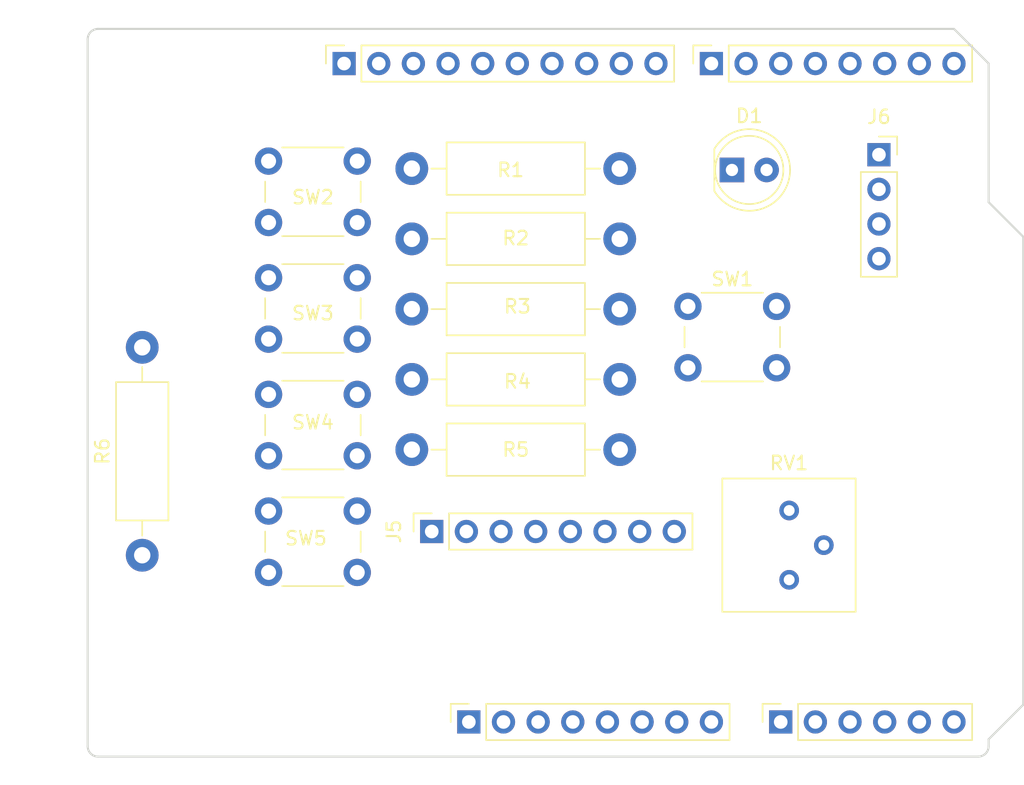
<source format=kicad_pcb>
(kicad_pcb (version 20240108) (generator "pcbnew") (generator_version "8.0")
  (title_block (date "mar. 31 mars 2015"))
  (layers (0 "F.Cu" signal) (31 "B.Cu" signal) (34 "B.Paste" user) (35 "F.Paste" user) (36 "B.SilkS" user "B.Silkscreen") (37 "F.SilkS" user "F.Silkscreen") (38 "B.Mask" user) (39 "F.Mask" user) (44 "Edge.Cuts" user))
  (net 0 "")
  (net 1 "GND")
  (net 3 "+5V")
  (net 4 "/IOREF")
  (net 5 "/A1")
  (net 6 "/A2")
  (net 7 "/A3")
  (net 8 "/SDA{slash}A4")
  (net 9 "/SCL{slash}A5")
  (net 10 "/13")
  (net 11 "/12")
  (net 12 "/AREF")
  (net 13 "/8")
  (net 14 "/7")
  (net 15 "/*11")
  (net 16 "/*10")
  (net 17 "/TX{slash}1")
  (net 18 "/RX{slash}0")
  (net 19 "+3V3")
  (net 20 "VCC")
  (net 21 "/~{RESET}")
  (net 22 "/I2C_SCL")
  (net 23 "/I2C_SDA")
  (net 28 "/Button_onoff")
  (net 29 "/Button_lock")
  (net 30 "/Button_units")
  (net 31 "/Button_cal")
  (net 32 "Net-(D1-A)")
  (net 33 "/LED_Light")
  (net 34 "/Temp_Sensor")
  (footprint "Connector_PinSocket_2.54mm:PinSocket_1x08_P2.54mm_Vertical" (layer "F.Cu") (at 127.94 97.46 90)
    (property "Reference" "J1" (hide yes))
    (property "Value" "Power")
    (fp_line (start 1.33 -1.33) (end 1.33 0) (stroke (width 0.12)) (layer "F.SilkS"))
    (fp_line (start 0 -1.33) (end 1.33 -1.33) (stroke (width 0.12)) (layer "F.SilkS"))
    (fp_line (start 1.33 1.27) (end 1.33 19.11) (stroke (width 0.12)) (layer "F.SilkS"))
    (fp_line (start -1.33 1.27) (end 1.33 1.27) (stroke (width 0.12)) (layer "F.SilkS"))
    (fp_line (start -1.33 1.27) (end -1.33 19.11) (stroke (width 0.12)) (layer "F.SilkS"))
    (fp_line (start -1.33 19.11) (end 1.33 19.11) (stroke (width 0.12)) (layer "F.SilkS"))
    (pad "1" thru_hole rect (at 0 0 90) (size 1.7 1.7) (drill 1) (layers "*.Cu" "*.Mask"))
    (pad "2" thru_hole oval (at 0 2.54 90) (size 1.7 1.7) (drill 1) (layers "*.Cu" "*.Mask") (net 4 "/IOREF"))
    (pad "3" thru_hole oval (at 0 5.08 90) (size 1.7 1.7) (drill 1) (layers "*.Cu" "*.Mask") (net 21 "/~{RESET}"))
    (pad "4" thru_hole oval (at 0 7.62 90) (size 1.7 1.7) (drill 1) (layers "*.Cu" "*.Mask") (net 19 "+3V3"))
    (pad "5" thru_hole oval (at 0 10.16 90) (size 1.7 1.7) (drill 1) (layers "*.Cu" "*.Mask") (net 3 "+5V"))
    (pad "6" thru_hole oval (at 0 12.7 90) (size 1.7 1.7) (drill 1) (layers "*.Cu" "*.Mask") (net 1 "GND"))
    (pad "7" thru_hole oval (at 0 15.24 90) (size 1.7 1.7) (drill 1) (layers "*.Cu" "*.Mask") (net 1 "GND"))
    (pad "8" thru_hole oval (at 0 17.78 90) (size 1.7 1.7) (drill 1) (layers "*.Cu" "*.Mask") (net 20 "VCC"))
  )
  (footprint "Connector_PinSocket_2.54mm:PinSocket_1x06_P2.54mm_Vertical" (layer "F.Cu") (at 150.8 97.46 90)
    (property "Reference" "J3" (hide yes))
    (property "Value" "Analog")
    (fp_line (start 1.33 -1.33) (end 1.33 0) (stroke (width 0.12)) (layer "F.SilkS"))
    (fp_line (start 0 -1.33) (end 1.33 -1.33) (stroke (width 0.12)) (layer "F.SilkS"))
    (fp_line (start 1.33 1.27) (end 1.33 14.03) (stroke (width 0.12)) (layer "F.SilkS"))
    (fp_line (start -1.33 1.27) (end 1.33 1.27) (stroke (width 0.12)) (layer "F.SilkS"))
    (fp_line (start -1.33 1.27) (end -1.33 14.03) (stroke (width 0.12)) (layer "F.SilkS"))
    (fp_line (start -1.33 14.03) (end 1.33 14.03) (stroke (width 0.12)) (layer "F.SilkS"))
    (pad "1" thru_hole rect (at 0 0 90) (size 1.7 1.7) (drill 1) (layers "*.Cu" "*.Mask") (net 34 "/Temp_Sensor"))
    (pad "2" thru_hole oval (at 0 2.54 90) (size 1.7 1.7) (drill 1) (layers "*.Cu" "*.Mask") (net 5 "/A1"))
    (pad "3" thru_hole oval (at 0 5.08 90) (size 1.7 1.7) (drill 1) (layers "*.Cu" "*.Mask") (net 6 "/A2"))
    (pad "4" thru_hole oval (at 0 7.62 90) (size 1.7 1.7) (drill 1) (layers "*.Cu" "*.Mask") (net 7 "/A3"))
    (pad "5" thru_hole oval (at 0 10.16 90) (size 1.7 1.7) (drill 1) (layers "*.Cu" "*.Mask") (net 8 "/SDA{slash}A4"))
    (pad "6" thru_hole oval (at 0 12.7 90) (size 1.7 1.7) (drill 1) (layers "*.Cu" "*.Mask") (net 9 "/SCL{slash}A5"))
  )
  (footprint "Connector_PinSocket_2.54mm:PinSocket_1x10_P2.54mm_Vertical" (layer "F.Cu") (at 118.796 49.2 90)
    (property "Reference" "J2" (hide yes))
    (property "Value" "Digital/PWM")
    (fp_line (start 1.33 -1.33) (end 1.33 0) (stroke (width 0.12)) (layer "F.SilkS"))
    (fp_line (start 0 -1.33) (end 1.33 -1.33) (stroke (width 0.12)) (layer "F.SilkS"))
    (fp_line (start 1.33 1.27) (end 1.33 24.19) (stroke (width 0.12)) (layer "F.SilkS"))
    (fp_line (start -1.33 1.27) (end 1.33 1.27) (stroke (width 0.12)) (layer "F.SilkS"))
    (fp_line (start -1.33 1.27) (end -1.33 24.19) (stroke (width 0.12)) (layer "F.SilkS"))
    (fp_line (start -1.33 24.19) (end 1.33 24.19) (stroke (width 0.12)) (layer "F.SilkS"))
    (pad "1" thru_hole rect (at 0 0 90) (size 1.7 1.7) (drill 1) (layers "*.Cu" "*.Mask") (net 22 "/I2C_SCL"))
    (pad "2" thru_hole oval (at 0 2.54 90) (size 1.7 1.7) (drill 1) (layers "*.Cu" "*.Mask") (net 23 "/I2C_SDA"))
    (pad "3" thru_hole oval (at 0 5.08 90) (size 1.7 1.7) (drill 1) (layers "*.Cu" "*.Mask") (net 12 "/AREF"))
    (pad "4" thru_hole oval (at 0 7.62 90) (size 1.7 1.7) (drill 1) (layers "*.Cu" "*.Mask") (net 1 "GND"))
    (pad "5" thru_hole oval (at 0 10.16 90) (size 1.7 1.7) (drill 1) (layers "*.Cu" "*.Mask") (net 10 "/13"))
    (pad "6" thru_hole oval (at 0 12.7 90) (size 1.7 1.7) (drill 1) (layers "*.Cu" "*.Mask") (net 11 "/12"))
    (pad "7" thru_hole oval (at 0 15.24 90) (size 1.7 1.7) (drill 1) (layers "*.Cu" "*.Mask") (net 15 "/*11"))
    (pad "8" thru_hole oval (at 0 17.78 90) (size 1.7 1.7) (drill 1) (layers "*.Cu" "*.Mask") (net 16 "/*10"))
    (pad "9" thru_hole oval (at 0 20.32 90) (size 1.7 1.7) (drill 1) (layers "*.Cu" "*.Mask") (net 33 "/LED_Light"))
    (pad "10" thru_hole oval (at 0 22.86 90) (size 1.7 1.7) (drill 1) (layers "*.Cu" "*.Mask") (net 13 "/8"))
  )
  (footprint "Connector_PinSocket_2.54mm:PinSocket_1x08_P2.54mm_Vertical" (layer "F.Cu") (at 145.72 49.2 90)
    (property "Reference" "J4" (hide yes))
    (property "Value" "Digital/PWM")
    (fp_line (start 1.33 -1.33) (end 1.33 0) (stroke (width 0.12)) (layer "F.SilkS"))
    (fp_line (start 0 -1.33) (end 1.33 -1.33) (stroke (width 0.12)) (layer "F.SilkS"))
    (fp_line (start 1.33 1.27) (end 1.33 19.11) (stroke (width 0.12)) (layer "F.SilkS"))
    (fp_line (start -1.33 1.27) (end 1.33 1.27) (stroke (width 0.12)) (layer "F.SilkS"))
    (fp_line (start -1.33 1.27) (end -1.33 19.11) (stroke (width 0.12)) (layer "F.SilkS"))
    (fp_line (start -1.33 19.11) (end 1.33 19.11) (stroke (width 0.12)) (layer "F.SilkS"))
    (pad "1" thru_hole rect (at 0 0 90) (size 1.7 1.7) (drill 1) (layers "*.Cu" "*.Mask") (net 14 "/7"))
    (pad "2" thru_hole oval (at 0 2.54 90) (size 1.7 1.7) (drill 1) (layers "*.Cu" "*.Mask") (net 29 "/Button_lock"))
    (pad "3" thru_hole oval (at 0 5.08 90) (size 1.7 1.7) (drill 1) (layers "*.Cu" "*.Mask") (net 31 "/Button_cal"))
    (pad "4" thru_hole oval (at 0 7.62 90) (size 1.7 1.7) (drill 1) (layers "*.Cu" "*.Mask") (net 30 "/Button_units"))
    (pad "5" thru_hole oval (at 0 10.16 90) (size 1.7 1.7) (drill 1) (layers "*.Cu" "*.Mask") (net 29 "/Button_lock"))
    (pad "6" thru_hole oval (at 0 12.7 90) (size 1.7 1.7) (drill 1) (layers "*.Cu" "*.Mask") (net 28 "/Button_onoff"))
    (pad "7" thru_hole oval (at 0 15.24 90) (size 1.7 1.7) (drill 1) (layers "*.Cu" "*.Mask") (net 17 "/TX{slash}1"))
    (pad "8" thru_hole oval (at 0 17.78 90) (size 1.7 1.7) (drill 1) (layers "*.Cu" "*.Mask") (net 18 "/RX{slash}0"))
  )
  (footprint "Button_Switch_THT:SW_PUSH_6mm" (layer "F.Cu") (at 113.26 56.35)
    (property "Reference" "SW2" (at 3.25 2.65 0) (layer "F.SilkS"))
    (property "Value" "SW_SPST")
    (fp_line (start -0.25 1.5) (end -0.25 3) (stroke (width 0.12)) (layer "F.SilkS"))
    (fp_line (start 1 5.5) (end 5.5 5.5) (stroke (width 0.12)) (layer "F.SilkS"))
    (fp_line (start 5.5 -1) (end 1 -1) (stroke (width 0.12)) (layer "F.SilkS"))
    (fp_line (start 6.75 3) (end 6.75 1.5) (stroke (width 0.12)) (layer "F.SilkS"))
    (pad "1" thru_hole circle (at 0 0 90) (size 2 2) (drill 1.1) (layers "*.Cu" "*.Mask") (net 30 "/Button_units"))
    (pad "1" thru_hole circle (at 6.5 0 90) (size 2 2) (drill 1.1) (layers "*.Cu" "*.Mask") (net 30 "/Button_units"))
    (pad "2" thru_hole circle (at 0 4.5 90) (size 2 2) (drill 1.1) (layers "*.Cu" "*.Mask") (net 3 "+5V"))
    (pad "2" thru_hole circle (at 6.5 4.5 90) (size 2 2) (drill 1.1) (layers "*.Cu" "*.Mask") (net 3 "+5V"))
  )
  (footprint "Potentiometer_THT:Potentiometer_Bourns_3386P_Vertical" (layer "F.Cu") (at 151.42 87.04)
    (property "Reference" "RV1" (at -0.015 -8.555 0) (layer "F.SilkS"))
    (property "Value" "10k")
    (fp_line (start -4.9 -7.425) (end -4.9 2.345) (stroke (width 0.12)) (layer "F.SilkS"))
    (fp_line (start -4.9 -7.425) (end 4.87 -7.425) (stroke (width 0.12)) (layer "F.SilkS"))
    (fp_line (start -4.9 2.345) (end 4.87 2.345) (stroke (width 0.12)) (layer "F.SilkS"))
    (fp_line (start 4.87 -7.425) (end 4.87 2.345) (stroke (width 0.12)) (layer "F.SilkS"))
    (pad "1" thru_hole circle (at 0 0) (size 1.44 1.44) (drill 0.8) (layers "*.Cu" "*.Mask") (net 3 "+5V"))
    (pad "2" thru_hole circle (at 2.54 -2.54) (size 1.44 1.44) (drill 0.8) (layers "*.Cu" "*.Mask") (net 34 "/Temp_Sensor"))
    (pad "3" thru_hole circle (at 0 -5.08) (size 1.44 1.44) (drill 0.8) (layers "*.Cu" "*.Mask") (net 1 "GND"))
  )
  (footprint "Button_Switch_THT:SW_PUSH_6mm" (layer "F.Cu") (at 144 67)
    (property "Reference" "SW1" (at 3.25 -2 0) (layer "F.SilkS"))
    (property "Value" "SW_SPST")
    (fp_line (start -0.25 1.5) (end -0.25 3) (stroke (width 0.12)) (layer "F.SilkS"))
    (fp_line (start 1 5.5) (end 5.5 5.5) (stroke (width 0.12)) (layer "F.SilkS"))
    (fp_line (start 5.5 -1) (end 1 -1) (stroke (width 0.12)) (layer "F.SilkS"))
    (fp_line (start 6.75 3) (end 6.75 1.5) (stroke (width 0.12)) (layer "F.SilkS"))
    (pad "1" thru_hole circle (at 0 0 90) (size 2 2) (drill 1.1) (layers "*.Cu" "*.Mask") (net 28 "/Button_onoff"))
    (pad "1" thru_hole circle (at 6.5 0 90) (size 2 2) (drill 1.1) (layers "*.Cu" "*.Mask") (net 28 "/Button_onoff"))
    (pad "2" thru_hole circle (at 0 4.5 90) (size 2 2) (drill 1.1) (layers "*.Cu" "*.Mask") (net 3 "+5V"))
    (pad "2" thru_hole circle (at 6.5 4.5 90) (size 2 2) (drill 1.1) (layers "*.Cu" "*.Mask") (net 3 "+5V"))
  )
  (footprint "Resistor_THT:R_Axial_DIN0411_L9.9mm_D3.6mm_P15.24mm_Horizontal" (layer "F.Cu") (at 123.76 77.5)
    (property "Reference" "R5" (at 7.62 0 0) (layer "F.SilkS"))
    (property "Value" "100k")
    (fp_line (start 1.44 0) (end 2.55 0) (stroke (width 0.12)) (layer "F.SilkS"))
    (fp_line (start 2.55 -1.92) (end 2.55 1.92) (stroke (width 0.12)) (layer "F.SilkS"))
    (fp_line (start 2.55 1.92) (end 12.69 1.92) (stroke (width 0.12)) (layer "F.SilkS"))
    (fp_line (start 12.69 -1.92) (end 2.55 -1.92) (stroke (width 0.12)) (layer "F.SilkS"))
    (fp_line (start 12.69 1.92) (end 12.69 -1.92) (stroke (width 0.12)) (layer "F.SilkS"))
    (fp_line (start 13.8 0) (end 12.69 0) (stroke (width 0.12)) (layer "F.SilkS"))
    (pad "1" thru_hole circle (at 0 0) (size 2.4 2.4) (drill 1.2) (layers "*.Cu" "*.Mask") (net 31 "/Button_cal"))
    (pad "2" thru_hole oval (at 15.24 0) (size 2.4 2.4) (drill 1.2) (layers "*.Cu" "*.Mask") (net 1 "GND"))
  )
  (footprint "Arduino_MountingHole:MountingHole_3.2mm" (layer "F.Cu") (at 115.24 49.2)
    (property "Reference" "MH1" (hide yes))
    (property "Value" "MountingHole_3.2mm" (hide yes))
    (pad "" np_thru_hole circle (at 0 0) (size 3.2 3.2) (drill 3.2) (layers "*.Cu" "*.Mask"))
  )
  (footprint "Resistor_THT:R_Axial_DIN0411_L9.9mm_D3.6mm_P15.24mm_Horizontal" (layer "F.Cu") (at 123.76 56.9)
    (property "Reference" "R1" (at 7.24 0.1 0) (layer "F.SilkS"))
    (property "Value" "100k")
    (fp_line (start 1.44 0) (end 2.55 0) (stroke (width 0.12)) (layer "F.SilkS"))
    (fp_line (start 2.55 -1.92) (end 2.55 1.92) (stroke (width 0.12)) (layer "F.SilkS"))
    (fp_line (start 2.55 1.92) (end 12.69 1.92) (stroke (width 0.12)) (layer "F.SilkS"))
    (fp_line (start 12.69 -1.92) (end 2.55 -1.92) (stroke (width 0.12)) (layer "F.SilkS"))
    (fp_line (start 12.69 1.92) (end 12.69 -1.92) (stroke (width 0.12)) (layer "F.SilkS"))
    (fp_line (start 13.8 0) (end 12.69 0) (stroke (width 0.12)) (layer "F.SilkS"))
    (pad "1" thru_hole circle (at 0 0) (size 2.4 2.4) (drill 1.2) (layers "*.Cu" "*.Mask") (net 28 "/Button_onoff"))
    (pad "2" thru_hole oval (at 15.24 0) (size 2.4 2.4) (drill 1.2) (layers "*.Cu" "*.Mask") (net 1 "GND"))
  )
  (footprint "Resistor_THT:R_Axial_DIN0411_L9.9mm_D3.6mm_P15.24mm_Horizontal" (layer "F.Cu") (at 123.76 62.05)
    (property "Reference" "R2" (at 7.62 -0.05 0) (layer "F.SilkS"))
    (property "Value" "100k")
    (fp_line (start 1.44 0) (end 2.55 0) (stroke (width 0.12)) (layer "F.SilkS"))
    (fp_line (start 2.55 -1.92) (end 2.55 1.92) (stroke (width 0.12)) (layer "F.SilkS"))
    (fp_line (start 2.55 1.92) (end 12.69 1.92) (stroke (width 0.12)) (layer "F.SilkS"))
    (fp_line (start 12.69 -1.92) (end 2.55 -1.92) (stroke (width 0.12)) (layer "F.SilkS"))
    (fp_line (start 12.69 1.92) (end 12.69 -1.92) (stroke (width 0.12)) (layer "F.SilkS"))
    (fp_line (start 13.8 0) (end 12.69 0) (stroke (width 0.12)) (layer "F.SilkS"))
    (pad "1" thru_hole circle (at 0 0) (size 2.4 2.4) (drill 1.2) (layers "*.Cu" "*.Mask") (net 30 "/Button_units"))
    (pad "2" thru_hole oval (at 15.24 0) (size 2.4 2.4) (drill 1.2) (layers "*.Cu" "*.Mask") (net 1 "GND"))
  )
  (footprint "Connector_PinSocket_2.54mm:PinSocket_1x08_P2.54mm_Vertical" (layer "F.Cu") (at 125.22 83.5 90)
    (property "Reference" "J5" (at 0 -2.77 90) (layer "F.SilkS"))
    (property "Value" "CONN_GYRO")
    (fp_line (start 1.33 -1.33) (end 1.33 0) (stroke (width 0.12)) (layer "F.SilkS"))
    (fp_line (start 0 -1.33) (end 1.33 -1.33) (stroke (width 0.12)) (layer "F.SilkS"))
    (fp_line (start 1.33 1.27) (end 1.33 19.11) (stroke (width 0.12)) (layer "F.SilkS"))
    (fp_line (start -1.33 1.27) (end 1.33 1.27) (stroke (width 0.12)) (layer "F.SilkS"))
    (fp_line (start -1.33 1.27) (end -1.33 19.11) (stroke (width 0.12)) (layer "F.SilkS"))
    (fp_line (start -1.33 19.11) (end 1.33 19.11) (stroke (width 0.12)) (layer "F.SilkS"))
    (pad "1" thru_hole rect (at 0 0 90) (size 1.7 1.7) (drill 1) (layers "*.Cu" "*.Mask") (net 3 "+5V"))
    (pad "2" thru_hole oval (at 0 2.54 90) (size 1.7 1.7) (drill 1) (layers "*.Cu" "*.Mask") (net 1 "GND"))
    (pad "3" thru_hole oval (at 0 5.08 90) (size 1.7 1.7) (drill 1) (layers "*.Cu" "*.Mask") (net 22 "/I2C_SCL"))
    (pad "4" thru_hole oval (at 0 7.62 90) (size 1.7 1.7) (drill 1) (layers "*.Cu" "*.Mask") (net 23 "/I2C_SDA"))
    (pad "5" thru_hole oval (at 0 10.16 90) (size 1.7 1.7) (drill 1) (layers "*.Cu" "*.Mask"))
    (pad "6" thru_hole oval (at 0 12.7 90) (size 1.7 1.7) (drill 1) (layers "*.Cu" "*.Mask"))
    (pad "7" thru_hole oval (at 0 15.24 90) (size 1.7 1.7) (drill 1) (layers "*.Cu" "*.Mask"))
    (pad "8" thru_hole oval (at 0 17.78 90) (size 1.7 1.7) (drill 1) (layers "*.Cu" "*.Mask"))
  )
  (footprint "Resistor_THT:R_Axial_DIN0411_L9.9mm_D3.6mm_P15.24mm_Horizontal" (layer "F.Cu") (at 104 85.24 90)
    (property "Reference" "R6" (at 7.62 -2.92 90) (layer "F.SilkS"))
    (property "Value" "1k")
    (fp_line (start 12.69 -1.92) (end 2.55 -1.92) (stroke (width 0.12)) (layer "F.SilkS"))
    (fp_line (start 2.55 -1.92) (end 2.55 1.92) (stroke (width 0.12)) (layer "F.SilkS"))
    (fp_line (start 13.8 0) (end 12.69 0) (stroke (width 0.12)) (layer "F.SilkS"))
    (fp_line (start 1.44 0) (end 2.55 0) (stroke (width 0.12)) (layer "F.SilkS"))
    (fp_line (start 12.69 1.92) (end 12.69 -1.92) (stroke (width 0.12)) (layer "F.SilkS"))
    (fp_line (start 2.55 1.92) (end 12.69 1.92) (stroke (width 0.12)) (layer "F.SilkS"))
    (pad "1" thru_hole circle (at 0 0 90) (size 2.4 2.4) (drill 1.2) (layers "*.Cu" "*.Mask") (net 33 "/LED_Light"))
    (pad "2" thru_hole oval (at 15.24 0 90) (size 2.4 2.4) (drill 1.2) (layers "*.Cu" "*.Mask") (net 32 "Net-(D1-A)"))
  )
  (footprint "Resistor_THT:R_Axial_DIN0411_L9.9mm_D3.6mm_P15.24mm_Horizontal" (layer "F.Cu") (at 123.76 72.35)
    (property "Reference" "R4" (at 7.74 0.15 0) (layer "F.SilkS"))
    (property "Value" "100k")
    (fp_line (start 1.44 0) (end 2.55 0) (stroke (width 0.12)) (layer "F.SilkS"))
    (fp_line (start 2.55 -1.92) (end 2.55 1.92) (stroke (width 0.12)) (layer "F.SilkS"))
    (fp_line (start 2.55 1.92) (end 12.69 1.92) (stroke (width 0.12)) (layer "F.SilkS"))
    (fp_line (start 12.69 -1.92) (end 2.55 -1.92) (stroke (width 0.12)) (layer "F.SilkS"))
    (fp_line (start 12.69 1.92) (end 12.69 -1.92) (stroke (width 0.12)) (layer "F.SilkS"))
    (fp_line (start 13.8 0) (end 12.69 0) (stroke (width 0.12)) (layer "F.SilkS"))
    (pad "1" thru_hole circle (at 0 0) (size 2.4 2.4) (drill 1.2) (layers "*.Cu" "*.Mask") (net 29 "/Button_lock"))
    (pad "2" thru_hole oval (at 15.24 0) (size 2.4 2.4) (drill 1.2) (layers "*.Cu" "*.Mask") (net 1 "GND"))
  )
  (footprint "Button_Switch_THT:SW_PUSH_6mm" (layer "F.Cu") (at 113.26 82)
    (property "Reference" "SW5" (at 2.74 2 0) (layer "F.SilkS"))
    (property "Value" "SW_SPST")
    (fp_line (start -0.25 1.5) (end -0.25 3) (stroke (width 0.12)) (layer "F.SilkS"))
    (fp_line (start 1 5.5) (end 5.5 5.5) (stroke (width 0.12)) (layer "F.SilkS"))
    (fp_line (start 5.5 -1) (end 1 -1) (stroke (width 0.12)) (layer "F.SilkS"))
    (fp_line (start 6.75 3) (end 6.75 1.5) (stroke (width 0.12)) (layer "F.SilkS"))
    (pad "1" thru_hole circle (at 0 0 90) (size 2 2) (drill 1.1) (layers "*.Cu" "*.Mask") (net 31 "/Button_cal"))
    (pad "1" thru_hole circle (at 6.5 0 90) (size 2 2) (drill 1.1) (layers "*.Cu" "*.Mask") (net 31 "/Button_cal"))
    (pad "2" thru_hole circle (at 0 4.5 90) (size 2 2) (drill 1.1) (layers "*.Cu" "*.Mask") (net 3 "+5V"))
    (pad "2" thru_hole circle (at 6.5 4.5 90) (size 2 2) (drill 1.1) (layers "*.Cu" "*.Mask") (net 3 "+5V"))
  )
  (footprint "Resistor_THT:R_Axial_DIN0411_L9.9mm_D3.6mm_P15.24mm_Horizontal" (layer "F.Cu") (at 123.76 67.2)
    (property "Reference" "R3" (at 7.74 -0.2 0) (layer "F.SilkS"))
    (property "Value" "100k")
    (fp_line (start 1.44 0) (end 2.55 0) (stroke (width 0.12)) (layer "F.SilkS"))
    (fp_line (start 2.55 -1.92) (end 2.55 1.92) (stroke (width 0.12)) (layer "F.SilkS"))
    (fp_line (start 2.55 1.92) (end 12.69 1.92) (stroke (width 0.12)) (layer "F.SilkS"))
    (fp_line (start 12.69 -1.92) (end 2.55 -1.92) (stroke (width 0.12)) (layer "F.SilkS"))
    (fp_line (start 12.69 1.92) (end 12.69 -1.92) (stroke (width 0.12)) (layer "F.SilkS"))
    (fp_line (start 13.8 0) (end 12.69 0) (stroke (width 0.12)) (layer "F.SilkS"))
    (pad "1" thru_hole circle (at 0 0) (size 2.4 2.4) (drill 1.2) (layers "*.Cu" "*.Mask") (net 31 "/Button_cal"))
    (pad "2" thru_hole oval (at 15.24 0) (size 2.4 2.4) (drill 1.2) (layers "*.Cu" "*.Mask") (net 1 "GND"))
  )
  (footprint "Button_Switch_THT:SW_PUSH_6mm" (layer "F.Cu") (at 113.26 73.45)
    (property "Reference" "SW4" (at 3.25 2.05 0) (layer "F.SilkS"))
    (property "Value" "SW_SPST")
    (fp_line (start -0.25 1.5) (end -0.25 3) (stroke (width 0.12)) (layer "F.SilkS"))
    (fp_line (start 1 5.5) (end 5.5 5.5) (stroke (width 0.12)) (layer "F.SilkS"))
    (fp_line (start 5.5 -1) (end 1 -1) (stroke (width 0.12)) (layer "F.SilkS"))
    (fp_line (start 6.75 3) (end 6.75 1.5) (stroke (width 0.12)) (layer "F.SilkS"))
    (pad "1" thru_hole circle (at 0 0 90) (size 2 2) (drill 1.1) (layers "*.Cu" "*.Mask") (net 29 "/Button_lock"))
    (pad "1" thru_hole circle (at 6.5 0 90) (size 2 2) (drill 1.1) (layers "*.Cu" "*.Mask") (net 29 "/Button_lock"))
    (pad "2" thru_hole circle (at 0 4.5 90) (size 2 2) (drill 1.1) (layers "*.Cu" "*.Mask") (net 3 "+5V"))
    (pad "2" thru_hole circle (at 6.5 4.5 90) (size 2 2) (drill 1.1) (layers "*.Cu" "*.Mask") (net 3 "+5V"))
  )
  (footprint "Connector_PinSocket_2.54mm:PinSocket_1x04_P2.54mm_Vertical" (layer "F.Cu") (at 158 55.88)
    (property "Reference" "J6" (at 0 -2.77 0) (layer "F.SilkS"))
    (property "Value" "CONN_DISPLSAY")
    (fp_line (start -1.33 1.27) (end -1.33 8.95) (stroke (width 0.12)) (layer "F.SilkS"))
    (fp_line (start -1.33 1.27) (end 1.33 1.27) (stroke (width 0.12)) (layer "F.SilkS"))
    (fp_line (start -1.33 8.95) (end 1.33 8.95) (stroke (width 0.12)) (layer "F.SilkS"))
    (fp_line (start 0 -1.33) (end 1.33 -1.33) (stroke (width 0.12)) (layer "F.SilkS"))
    (fp_line (start 1.33 -1.33) (end 1.33 0) (stroke (width 0.12)) (layer "F.SilkS"))
    (fp_line (start 1.33 1.27) (end 1.33 8.95) (stroke (width 0.12)) (layer "F.SilkS"))
    (pad "1" thru_hole rect (at 0 0) (size 1.7 1.7) (drill 1) (layers "*.Cu" "*.Mask") (net 1 "GND"))
    (pad "2" thru_hole oval (at 0 2.54) (size 1.7 1.7) (drill 1) (layers "*.Cu" "*.Mask") (net 3 "+5V"))
    (pad "3" thru_hole oval (at 0 5.08) (size 1.7 1.7) (drill 1) (layers "*.Cu" "*.Mask") (net 22 "/I2C_SCL"))
    (pad "4" thru_hole oval (at 0 7.62) (size 1.7 1.7) (drill 1) (layers "*.Cu" "*.Mask") (net 23 "/I2C_SDA"))
  )
  (footprint "LED_THT:LED_D5.0mm" (layer "F.Cu") (at 147.225 57)
    (property "Reference" "D1" (at 1.27 -3.96 0) (layer "F.SilkS"))
    (property "Value" "LED")
    (fp_line (start -1.29 -1.545) (end -1.29 1.545) (stroke (width 0.12)) (layer "F.SilkS"))
    (fp_arc (start -1.29 -1.54483) (mid 2.071756 -2.880501) (end 4.26 -0.000048) (stroke (width 0.12)) (layer "F.SilkS"))
    (fp_arc (start 4.26 0.000048) (mid 2.071756 2.880501) (end -1.29 1.54483) (stroke (width 0.12)) (layer "F.SilkS"))
    (fp_circle (center 1.27 0) (end 3.77 0) (stroke (width 0.12)) (fill none) (layer "F.SilkS"))
    (pad "1" thru_hole rect (at 0 0) (size 1.8 1.8) (drill 0.9) (layers "*.Cu" "*.Mask") (net 1 "GND"))
    (pad "2" thru_hole circle (at 2.54 0) (size 1.8 1.8) (drill 0.9) (layers "*.Cu" "*.Mask") (net 32 "Net-(D1-A)"))
  )
  (footprint "Button_Switch_THT:SW_PUSH_6mm" (layer "F.Cu") (at 113.26 64.9)
    (property "Reference" "SW3" (at 3.25 2.6 0) (layer "F.SilkS"))
    (property "Value" "SW_SPST")
    (fp_line (start -0.25 1.5) (end -0.25 3) (stroke (width 0.12)) (layer "F.SilkS"))
    (fp_line (start 1 5.5) (end 5.5 5.5) (stroke (width 0.12)) (layer "F.SilkS"))
    (fp_line (start 5.5 -1) (end 1 -1) (stroke (width 0.12)) (layer "F.SilkS"))
    (fp_line (start 6.75 3) (end 6.75 1.5) (stroke (width 0.12)) (layer "F.SilkS"))
    (pad "1" thru_hole circle (at 0 0 90) (size 2 2) (drill 1.1) (layers "*.Cu" "*.Mask") (net 31 "/Button_cal"))
    (pad "1" thru_hole circle (at 6.5 0 90) (size 2 2) (drill 1.1) (layers "*.Cu" "*.Mask") (net 31 "/Button_cal"))
    (pad "2" thru_hole circle (at 0 4.5 90) (size 2 2) (drill 1.1) (layers "*.Cu" "*.Mask") (net 3 "+5V"))
    (pad "2" thru_hole circle (at 6.5 4.5 90) (size 2 2) (drill 1.1) (layers "*.Cu" "*.Mask") (net 3 "+5V"))
  )
  (footprint "Arduino_MountingHole:MountingHole_3.2mm" (layer "F.Cu") (at 113.97 97.46)
    (property "Reference" "MH2" (hide yes))
    (property "Value" "MountingHole_3.2mm" (hide yes))
    (pad "" np_thru_hole circle (at 0 0) (size 3.2 3.2) (drill 3.2) (layers "*.Cu" "*.Mask"))
  )
  (footprint "Arduino_MountingHole:MountingHole_3.2mm" (layer "F.Cu") (at 166.04 64.44)
    (property "Reference" "MH3" (hide yes))
    (property "Value" "MountingHole_3.2mm" (hide yes))
    (pad "" np_thru_hole circle (at 0 0) (size 3.2 3.2) (drill 3.2) (layers "*.Cu" "*.Mask"))
  )
  (footprint "Arduino_MountingHole:MountingHole_3.2mm" (layer "F.Cu") (at 166.04 92.38)
    (property "Reference" "MH4" (hide yes))
    (property "Value" "MountingHole_3.2mm" (hide yes))
    (pad "" np_thru_hole circle (at 0 0) (size 3.2 3.2) (drill 3.2) (layers "*.Cu" "*.Mask"))
  )
  (gr_line (start 166.04 59.36) (end 168.58 61.9) (stroke (width 0.15)) (layer "Edge.Cuts"))
  (gr_line (start 100 99.238) (end 100 47.422) (stroke (width 0.15)) (layer "Edge.Cuts"))
  (gr_line (start 168.58 61.9) (end 168.58 96.19) (stroke (width 0.15)) (layer "Edge.Cuts"))
  (gr_line (start 165.278 100) (end 100.762 100) (stroke (width 0.15)) (layer "Edge.Cuts"))
  (gr_line (start 100.762 46.66) (end 163.5 46.66) (stroke (width 0.15)) (layer "Edge.Cuts"))
  (gr_arc (start 100.762 100) (mid 100.223185 99.776815) (end 100 99.238) (stroke (width 0.15)) (layer "Edge.Cuts"))
  (gr_line (start 168.58 96.19) (end 166.04 98.73) (stroke (width 0.15)) (layer "Edge.Cuts"))
  (gr_line (start 163.5 46.66) (end 166.04 49.2) (stroke (width 0.15)) (layer "Edge.Cuts"))
  (gr_arc (start 166.04 99.238) (mid 165.816815 99.776815) (end 165.278 100) (stroke (width 0.15)) (layer "Edge.Cuts"))
  (gr_line (start 166.04 49.2) (end 166.04 59.36) (stroke (width 0.15)) (layer "Edge.Cuts"))
  (gr_line (start 166.04 98.73) (end 166.04 99.238) (stroke (width 0.15)) (layer "Edge.Cuts"))
  (gr_arc (start 100 47.422) (mid 100.223185 46.883185) (end 100.762 46.66) (stroke (width 0.15)) (layer "Edge.Cuts"))
)
</source>
